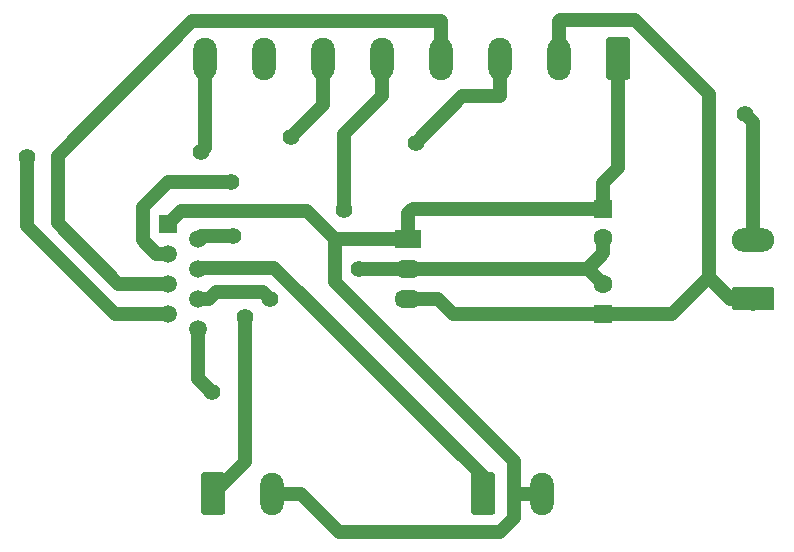
<source format=gbr>
G04 #@! TF.GenerationSoftware,KiCad,Pcbnew,5.0.2*
G04 #@! TF.CreationDate,2019-03-04T19:39:24-06:00*
G04 #@! TF.ProjectId,gate board,67617465-2062-46f6-9172-642e6b696361,rev?*
G04 #@! TF.SameCoordinates,Original*
G04 #@! TF.FileFunction,Copper,L2,Bot*
G04 #@! TF.FilePolarity,Positive*
%FSLAX46Y46*%
G04 Gerber Fmt 4.6, Leading zero omitted, Abs format (unit mm)*
G04 Created by KiCad (PCBNEW 5.0.2) date Mon 04 Mar 2019 19:39:24 CST*
%MOMM*%
%LPD*%
G01*
G04 APERTURE LIST*
G04 #@! TA.AperFunction,ComponentPad*
%ADD10C,1.600000*%
G04 #@! TD*
G04 #@! TA.AperFunction,ComponentPad*
%ADD11R,1.600000X1.600000*%
G04 #@! TD*
G04 #@! TA.AperFunction,ComponentPad*
%ADD12O,2.000000X3.600000*%
G04 #@! TD*
G04 #@! TA.AperFunction,Conductor*
%ADD13C,0.100000*%
G04 #@! TD*
G04 #@! TA.AperFunction,ComponentPad*
%ADD14C,2.000000*%
G04 #@! TD*
G04 #@! TA.AperFunction,ComponentPad*
%ADD15O,3.600000X2.000000*%
G04 #@! TD*
G04 #@! TA.AperFunction,ComponentPad*
%ADD16C,1.500000*%
G04 #@! TD*
G04 #@! TA.AperFunction,ComponentPad*
%ADD17R,1.500000X1.500000*%
G04 #@! TD*
G04 #@! TA.AperFunction,ComponentPad*
%ADD18O,2.300000X1.500000*%
G04 #@! TD*
G04 #@! TA.AperFunction,ComponentPad*
%ADD19R,2.300000X1.500000*%
G04 #@! TD*
G04 #@! TA.AperFunction,ViaPad*
%ADD20C,1.400000*%
G04 #@! TD*
G04 #@! TA.AperFunction,Conductor*
%ADD21C,1.200000*%
G04 #@! TD*
G04 APERTURE END LIST*
D10*
G04 #@! TO.P,C2,2*
G04 #@! TO.N,GND*
X67310000Y-36870000D03*
D11*
G04 #@! TO.P,C2,1*
G04 #@! TO.N,+5V*
X67310000Y-39370000D03*
G04 #@! TD*
D10*
G04 #@! TO.P,C1,2*
G04 #@! TO.N,GND*
X67310000Y-32980000D03*
D11*
G04 #@! TO.P,C1,1*
G04 #@! TO.N,+12V*
X67310000Y-30480000D03*
G04 #@! TD*
D12*
G04 #@! TO.P,J4,2*
G04 #@! TO.N,+12V*
X39290000Y-54610000D03*
D13*
G04 #@! TD*
G04 #@! TO.N,/start_light*
G04 #@! TO.C,J4*
G36*
X35064504Y-52811204D02*
X35088773Y-52814804D01*
X35112571Y-52820765D01*
X35135671Y-52829030D01*
X35157849Y-52839520D01*
X35178893Y-52852133D01*
X35198598Y-52866747D01*
X35216777Y-52883223D01*
X35233253Y-52901402D01*
X35247867Y-52921107D01*
X35260480Y-52942151D01*
X35270970Y-52964329D01*
X35279235Y-52987429D01*
X35285196Y-53011227D01*
X35288796Y-53035496D01*
X35290000Y-53060000D01*
X35290000Y-56160000D01*
X35288796Y-56184504D01*
X35285196Y-56208773D01*
X35279235Y-56232571D01*
X35270970Y-56255671D01*
X35260480Y-56277849D01*
X35247867Y-56298893D01*
X35233253Y-56318598D01*
X35216777Y-56336777D01*
X35198598Y-56353253D01*
X35178893Y-56367867D01*
X35157849Y-56380480D01*
X35135671Y-56390970D01*
X35112571Y-56399235D01*
X35088773Y-56405196D01*
X35064504Y-56408796D01*
X35040000Y-56410000D01*
X33540000Y-56410000D01*
X33515496Y-56408796D01*
X33491227Y-56405196D01*
X33467429Y-56399235D01*
X33444329Y-56390970D01*
X33422151Y-56380480D01*
X33401107Y-56367867D01*
X33381402Y-56353253D01*
X33363223Y-56336777D01*
X33346747Y-56318598D01*
X33332133Y-56298893D01*
X33319520Y-56277849D01*
X33309030Y-56255671D01*
X33300765Y-56232571D01*
X33294804Y-56208773D01*
X33291204Y-56184504D01*
X33290000Y-56160000D01*
X33290000Y-53060000D01*
X33291204Y-53035496D01*
X33294804Y-53011227D01*
X33300765Y-52987429D01*
X33309030Y-52964329D01*
X33319520Y-52942151D01*
X33332133Y-52921107D01*
X33346747Y-52901402D01*
X33363223Y-52883223D01*
X33381402Y-52866747D01*
X33401107Y-52852133D01*
X33422151Y-52839520D01*
X33444329Y-52829030D01*
X33467429Y-52820765D01*
X33491227Y-52814804D01*
X33515496Y-52811204D01*
X33540000Y-52810000D01*
X35040000Y-52810000D01*
X35064504Y-52811204D01*
X35064504Y-52811204D01*
G37*
D14*
G04 #@! TO.P,J4,1*
G04 #@! TO.N,/start_light*
X34290000Y-54610000D03*
G04 #@! TD*
D15*
G04 #@! TO.P,J3,2*
G04 #@! TO.N,/beam_detect*
X80010000Y-33100000D03*
D13*
G04 #@! TD*
G04 #@! TO.N,+5V*
G04 #@! TO.C,J3*
G36*
X81584504Y-37101204D02*
X81608773Y-37104804D01*
X81632571Y-37110765D01*
X81655671Y-37119030D01*
X81677849Y-37129520D01*
X81698893Y-37142133D01*
X81718598Y-37156747D01*
X81736777Y-37173223D01*
X81753253Y-37191402D01*
X81767867Y-37211107D01*
X81780480Y-37232151D01*
X81790970Y-37254329D01*
X81799235Y-37277429D01*
X81805196Y-37301227D01*
X81808796Y-37325496D01*
X81810000Y-37350000D01*
X81810000Y-38850000D01*
X81808796Y-38874504D01*
X81805196Y-38898773D01*
X81799235Y-38922571D01*
X81790970Y-38945671D01*
X81780480Y-38967849D01*
X81767867Y-38988893D01*
X81753253Y-39008598D01*
X81736777Y-39026777D01*
X81718598Y-39043253D01*
X81698893Y-39057867D01*
X81677849Y-39070480D01*
X81655671Y-39080970D01*
X81632571Y-39089235D01*
X81608773Y-39095196D01*
X81584504Y-39098796D01*
X81560000Y-39100000D01*
X78460000Y-39100000D01*
X78435496Y-39098796D01*
X78411227Y-39095196D01*
X78387429Y-39089235D01*
X78364329Y-39080970D01*
X78342151Y-39070480D01*
X78321107Y-39057867D01*
X78301402Y-39043253D01*
X78283223Y-39026777D01*
X78266747Y-39008598D01*
X78252133Y-38988893D01*
X78239520Y-38967849D01*
X78229030Y-38945671D01*
X78220765Y-38922571D01*
X78214804Y-38898773D01*
X78211204Y-38874504D01*
X78210000Y-38850000D01*
X78210000Y-37350000D01*
X78211204Y-37325496D01*
X78214804Y-37301227D01*
X78220765Y-37277429D01*
X78229030Y-37254329D01*
X78239520Y-37232151D01*
X78252133Y-37211107D01*
X78266747Y-37191402D01*
X78283223Y-37173223D01*
X78301402Y-37156747D01*
X78321107Y-37142133D01*
X78342151Y-37129520D01*
X78364329Y-37119030D01*
X78387429Y-37110765D01*
X78411227Y-37104804D01*
X78435496Y-37101204D01*
X78460000Y-37100000D01*
X81560000Y-37100000D01*
X81584504Y-37101204D01*
X81584504Y-37101204D01*
G37*
D14*
G04 #@! TO.P,J3,1*
G04 #@! TO.N,+5V*
X80010000Y-38100000D03*
G04 #@! TD*
D12*
G04 #@! TO.P,J2,2*
G04 #@! TO.N,+12V*
X62150000Y-54610000D03*
D13*
G04 #@! TD*
G04 #@! TO.N,/beam_excite*
G04 #@! TO.C,J2*
G36*
X57924504Y-52811204D02*
X57948773Y-52814804D01*
X57972571Y-52820765D01*
X57995671Y-52829030D01*
X58017849Y-52839520D01*
X58038893Y-52852133D01*
X58058598Y-52866747D01*
X58076777Y-52883223D01*
X58093253Y-52901402D01*
X58107867Y-52921107D01*
X58120480Y-52942151D01*
X58130970Y-52964329D01*
X58139235Y-52987429D01*
X58145196Y-53011227D01*
X58148796Y-53035496D01*
X58150000Y-53060000D01*
X58150000Y-56160000D01*
X58148796Y-56184504D01*
X58145196Y-56208773D01*
X58139235Y-56232571D01*
X58130970Y-56255671D01*
X58120480Y-56277849D01*
X58107867Y-56298893D01*
X58093253Y-56318598D01*
X58076777Y-56336777D01*
X58058598Y-56353253D01*
X58038893Y-56367867D01*
X58017849Y-56380480D01*
X57995671Y-56390970D01*
X57972571Y-56399235D01*
X57948773Y-56405196D01*
X57924504Y-56408796D01*
X57900000Y-56410000D01*
X56400000Y-56410000D01*
X56375496Y-56408796D01*
X56351227Y-56405196D01*
X56327429Y-56399235D01*
X56304329Y-56390970D01*
X56282151Y-56380480D01*
X56261107Y-56367867D01*
X56241402Y-56353253D01*
X56223223Y-56336777D01*
X56206747Y-56318598D01*
X56192133Y-56298893D01*
X56179520Y-56277849D01*
X56169030Y-56255671D01*
X56160765Y-56232571D01*
X56154804Y-56208773D01*
X56151204Y-56184504D01*
X56150000Y-56160000D01*
X56150000Y-53060000D01*
X56151204Y-53035496D01*
X56154804Y-53011227D01*
X56160765Y-52987429D01*
X56169030Y-52964329D01*
X56179520Y-52942151D01*
X56192133Y-52921107D01*
X56206747Y-52901402D01*
X56223223Y-52883223D01*
X56241402Y-52866747D01*
X56261107Y-52852133D01*
X56282151Y-52839520D01*
X56304329Y-52829030D01*
X56327429Y-52820765D01*
X56351227Y-52814804D01*
X56375496Y-52811204D01*
X56400000Y-52810000D01*
X57900000Y-52810000D01*
X57924504Y-52811204D01*
X57924504Y-52811204D01*
G37*
D14*
G04 #@! TO.P,J2,1*
G04 #@! TO.N,/beam_excite*
X57150000Y-54610000D03*
G04 #@! TD*
D12*
G04 #@! TO.P,J5,8*
G04 #@! TO.N,GND*
X33580000Y-17780000D03*
G04 #@! TO.P,J5,7*
G04 #@! TO.N,Net-(J5-Pad7)*
X38580000Y-17780000D03*
G04 #@! TO.P,J5,6*
G04 #@! TO.N,/CLK*
X43580000Y-17780000D03*
G04 #@! TO.P,J5,5*
G04 #@! TO.N,/SERA*
X48580000Y-17780000D03*
G04 #@! TO.P,J5,4*
G04 #@! TO.N,/chipsel*
X53580000Y-17780000D03*
G04 #@! TO.P,J5,3*
G04 #@! TO.N,/start_light*
X58580000Y-17780000D03*
G04 #@! TO.P,J5,2*
G04 #@! TO.N,+5V*
X63580000Y-17780000D03*
D13*
G04 #@! TD*
G04 #@! TO.N,+12V*
G04 #@! TO.C,J5*
G36*
X69354504Y-15981204D02*
X69378773Y-15984804D01*
X69402571Y-15990765D01*
X69425671Y-15999030D01*
X69447849Y-16009520D01*
X69468893Y-16022133D01*
X69488598Y-16036747D01*
X69506777Y-16053223D01*
X69523253Y-16071402D01*
X69537867Y-16091107D01*
X69550480Y-16112151D01*
X69560970Y-16134329D01*
X69569235Y-16157429D01*
X69575196Y-16181227D01*
X69578796Y-16205496D01*
X69580000Y-16230000D01*
X69580000Y-19330000D01*
X69578796Y-19354504D01*
X69575196Y-19378773D01*
X69569235Y-19402571D01*
X69560970Y-19425671D01*
X69550480Y-19447849D01*
X69537867Y-19468893D01*
X69523253Y-19488598D01*
X69506777Y-19506777D01*
X69488598Y-19523253D01*
X69468893Y-19537867D01*
X69447849Y-19550480D01*
X69425671Y-19560970D01*
X69402571Y-19569235D01*
X69378773Y-19575196D01*
X69354504Y-19578796D01*
X69330000Y-19580000D01*
X67830000Y-19580000D01*
X67805496Y-19578796D01*
X67781227Y-19575196D01*
X67757429Y-19569235D01*
X67734329Y-19560970D01*
X67712151Y-19550480D01*
X67691107Y-19537867D01*
X67671402Y-19523253D01*
X67653223Y-19506777D01*
X67636747Y-19488598D01*
X67622133Y-19468893D01*
X67609520Y-19447849D01*
X67599030Y-19425671D01*
X67590765Y-19402571D01*
X67584804Y-19378773D01*
X67581204Y-19354504D01*
X67580000Y-19330000D01*
X67580000Y-16230000D01*
X67581204Y-16205496D01*
X67584804Y-16181227D01*
X67590765Y-16157429D01*
X67599030Y-16134329D01*
X67609520Y-16112151D01*
X67622133Y-16091107D01*
X67636747Y-16071402D01*
X67653223Y-16053223D01*
X67671402Y-16036747D01*
X67691107Y-16022133D01*
X67712151Y-16009520D01*
X67734329Y-15999030D01*
X67757429Y-15990765D01*
X67781227Y-15984804D01*
X67805496Y-15981204D01*
X67830000Y-15980000D01*
X69330000Y-15980000D01*
X69354504Y-15981204D01*
X69354504Y-15981204D01*
G37*
D14*
G04 #@! TO.P,J5,1*
G04 #@! TO.N,+12V*
X68580000Y-17780000D03*
G04 #@! TD*
D16*
G04 #@! TO.P,J1,8*
G04 #@! TO.N,GND*
X33020000Y-40640000D03*
G04 #@! TO.P,J1,7*
G04 #@! TO.N,/CLK*
X30480000Y-39370000D03*
G04 #@! TO.P,J1,6*
G04 #@! TO.N,/SERA*
X33020000Y-38100000D03*
G04 #@! TO.P,J1,5*
G04 #@! TO.N,/chipsel*
X30480000Y-36830000D03*
G04 #@! TO.P,J1,4*
G04 #@! TO.N,/beam_excite*
X33020000Y-35560000D03*
G04 #@! TO.P,J1,3*
G04 #@! TO.N,/beam_detect*
X30480000Y-34290000D03*
G04 #@! TO.P,J1,2*
G04 #@! TO.N,/start_light*
X33020000Y-33020000D03*
D17*
G04 #@! TO.P,J1,1*
G04 #@! TO.N,+12V*
X30480000Y-31750000D03*
G04 #@! TD*
D18*
G04 #@! TO.P,U1,3*
G04 #@! TO.N,+5V*
X50800000Y-38100000D03*
G04 #@! TO.P,U1,2*
G04 #@! TO.N,GND*
X50800000Y-35560000D03*
D19*
G04 #@! TO.P,U1,1*
G04 #@! TO.N,+12V*
X50800000Y-33020000D03*
G04 #@! TD*
D20*
G04 #@! TO.N,GND*
X33237200Y-25674900D03*
X34155500Y-46038600D03*
X46667100Y-35557300D03*
G04 #@! TO.N,/start_light*
X51436000Y-24924000D03*
X36995700Y-39643200D03*
X35978300Y-32822200D03*
G04 #@! TO.N,/beam_detect*
X79311600Y-22461300D03*
X35790800Y-28255200D03*
G04 #@! TO.N,/SERA*
X39113200Y-38111700D03*
X45383000Y-30587300D03*
G04 #@! TO.N,/CLK*
X40915200Y-24386400D03*
X18542200Y-26075600D03*
G04 #@! TD*
D21*
G04 #@! TO.N,+12V*
X50800000Y-33020000D02*
X50800000Y-30869700D01*
X50800000Y-30869700D02*
X51189700Y-30480000D01*
X51189700Y-30480000D02*
X67310000Y-30480000D01*
X50800000Y-33020000D02*
X44563600Y-33020000D01*
X44563600Y-33020000D02*
X44563600Y-36688500D01*
X44563600Y-36688500D02*
X59749700Y-51874600D01*
X59749700Y-51874600D02*
X59749700Y-54610000D01*
X30480000Y-31750000D02*
X31565100Y-30664900D01*
X31565100Y-30664900D02*
X42208500Y-30664900D01*
X42208500Y-30664900D02*
X44563600Y-33020000D01*
X62150000Y-54610000D02*
X59749700Y-54610000D01*
X39290000Y-54610000D02*
X41690300Y-54610000D01*
X41690300Y-54610000D02*
X44925100Y-57844800D01*
X44925100Y-57844800D02*
X58612200Y-57844800D01*
X58612200Y-57844800D02*
X59749700Y-56707300D01*
X59749700Y-56707300D02*
X59749700Y-54610000D01*
X67310000Y-30480000D02*
X67310000Y-28279700D01*
X68580000Y-17780000D02*
X68580000Y-27009700D01*
X68580000Y-27009700D02*
X67310000Y-28279700D01*
G04 #@! TO.N,GND*
X33580000Y-17780000D02*
X33580000Y-25332100D01*
X33580000Y-25332100D02*
X33237200Y-25674900D01*
X46667100Y-35557300D02*
X48247000Y-35557300D01*
X48247000Y-35557300D02*
X48249700Y-35560000D01*
X66000000Y-35560000D02*
X67310000Y-36870000D01*
X50800000Y-35560000D02*
X66000000Y-35560000D01*
X66000000Y-35560000D02*
X67310000Y-34250000D01*
X67310000Y-34250000D02*
X67310000Y-32980000D01*
X50543300Y-35560000D02*
X50800000Y-35560000D01*
X50543300Y-35560000D02*
X48249700Y-35560000D01*
X33020000Y-40640000D02*
X33020000Y-44903100D01*
X33020000Y-44903100D02*
X34155500Y-46038600D01*
G04 #@! TO.N,+5V*
X63580000Y-17780000D02*
X63580000Y-14579700D01*
X76243500Y-36274300D02*
X78069200Y-38100000D01*
X78069200Y-38100000D02*
X80010000Y-38100000D01*
X63580000Y-14579700D02*
X63615800Y-14543900D01*
X63615800Y-14543900D02*
X69992400Y-14543900D01*
X69992400Y-14543900D02*
X76243500Y-20795000D01*
X76243500Y-20795000D02*
X76243500Y-36274300D01*
X67310000Y-39370000D02*
X73147800Y-39370000D01*
X73147800Y-39370000D02*
X76243500Y-36274300D01*
X53350300Y-38100000D02*
X54620300Y-39370000D01*
X54620300Y-39370000D02*
X67310000Y-39370000D01*
X50800000Y-38100000D02*
X53350300Y-38100000D01*
G04 #@! TO.N,/start_light*
X58580000Y-17780000D02*
X58580000Y-20980300D01*
X51436000Y-24924000D02*
X55379700Y-20980300D01*
X55379700Y-20980300D02*
X58580000Y-20980300D01*
X33020000Y-33020000D02*
X33217800Y-32822200D01*
X33217800Y-32822200D02*
X35978300Y-32822200D01*
X34290000Y-54610000D02*
X36995700Y-51904300D01*
X36995700Y-51904300D02*
X36995700Y-39643200D01*
G04 #@! TO.N,/beam_detect*
X30480000Y-34290000D02*
X29467900Y-34290000D01*
X29467900Y-34290000D02*
X28327400Y-33149500D01*
X28327400Y-33149500D02*
X28327400Y-30375300D01*
X28327400Y-30375300D02*
X30447500Y-28255200D01*
X30447500Y-28255200D02*
X35790800Y-28255200D01*
X80010000Y-33100000D02*
X80010000Y-23159700D01*
X80010000Y-23159700D02*
X79311600Y-22461300D01*
G04 #@! TO.N,/beam_excite*
X33020000Y-35560000D02*
X33101900Y-35478100D01*
X33101900Y-35478100D02*
X39464800Y-35478100D01*
X39464800Y-35478100D02*
X57150000Y-53163300D01*
X57150000Y-53163300D02*
X57150000Y-54610000D01*
G04 #@! TO.N,/chipsel*
X53580000Y-17780000D02*
X53580000Y-14579700D01*
X30480000Y-36830000D02*
X26227200Y-36830000D01*
X26227200Y-36830000D02*
X21122500Y-31725300D01*
X21122500Y-31725300D02*
X21122500Y-25996000D01*
X21122500Y-25996000D02*
X32538800Y-14579700D01*
X32538800Y-14579700D02*
X53580000Y-14579700D01*
G04 #@! TO.N,/SERA*
X48580000Y-20980300D02*
X45383000Y-24177300D01*
X45383000Y-24177300D02*
X45383000Y-30587300D01*
X39113200Y-38111700D02*
X38541400Y-37539900D01*
X38541400Y-37539900D02*
X34491300Y-37539900D01*
X34491300Y-37539900D02*
X33931200Y-38100000D01*
X33931200Y-38100000D02*
X33020000Y-38100000D01*
X48580000Y-17780000D02*
X48580000Y-20980300D01*
G04 #@! TO.N,/CLK*
X30480000Y-39370000D02*
X25938200Y-39370000D01*
X25938200Y-39370000D02*
X18542200Y-31974000D01*
X18542200Y-31974000D02*
X18542200Y-26075600D01*
X40915200Y-24386400D02*
X43580000Y-21721600D01*
X43580000Y-21721600D02*
X43580000Y-17780000D01*
G04 #@! TD*
M02*

</source>
